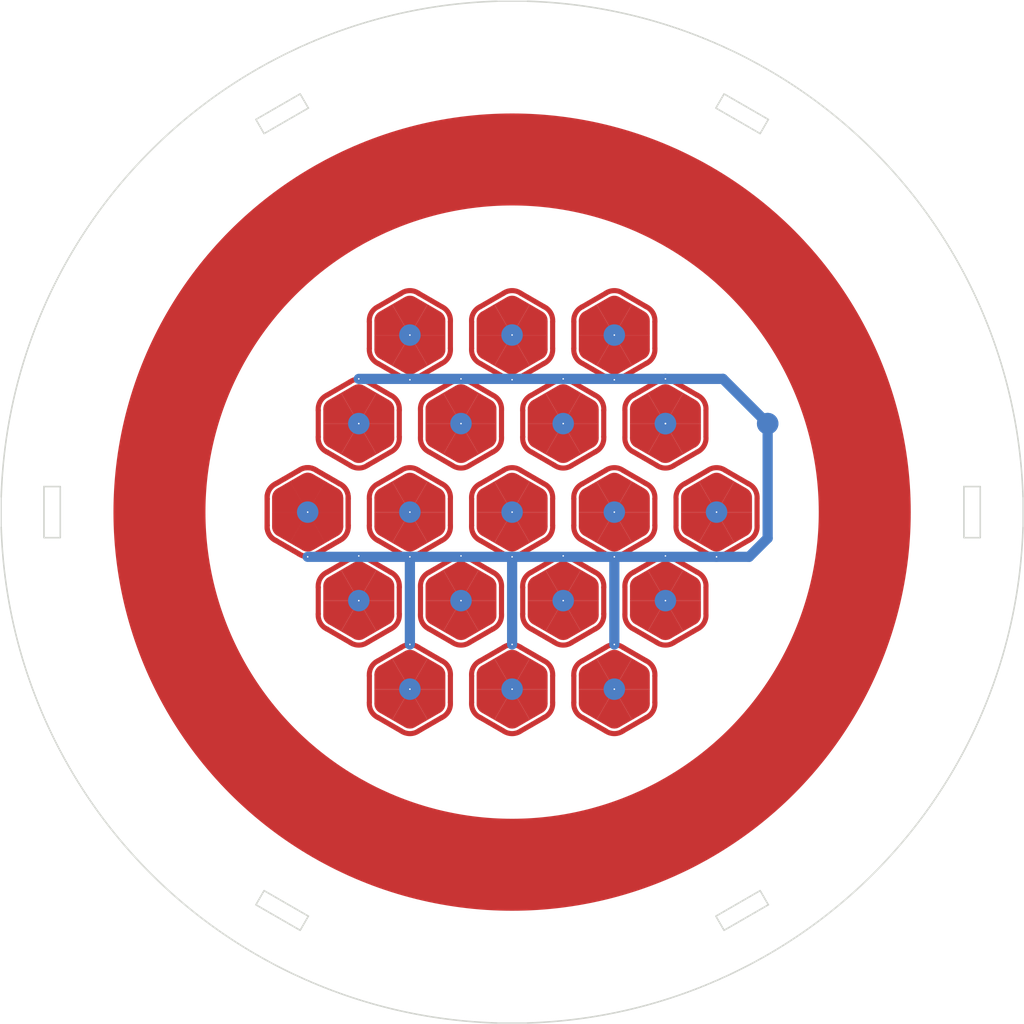
<source format=kicad_pcb>
(kicad_pcb (version 20221018) (generator pcbnew)
  (layers (0 "F.Cu" signal) (31 "B.Cu" signal) (34 "B.Paste" user) (35 "F.Paste" user) (36 "B.SilkS" user "B.Silkscreen") (37 "F.SilkS" user "F.Silkscreen") (38 "B.Mask" user) (39 "F.Mask" user) (44 "Edge.Cuts" user))
  (net 0 "")
  (footprint "1.Hex:Hex.Tile.Solid.G.Hex" (layer "F.Cu") (at 88.642622 65.142156 90)
    (fp_text reference "REF**61" hide)
    (fp_text value "Hex.Tile.Solid.G.Hex" hide)
  )
  (footprint "1.Hex:Hex.Tile.Solid.G.Hex" (layer "F.Cu") (at 78.642622 82.462156 90)
    (fp_text reference "REF**18" hide)
    (fp_text value "Hex.Tile.Solid.G.Hex" hide)
  )
  (footprint "1.Hex:Hex.Tile.Solid.G.Hex" (layer "F.Cu") (at 63.642622 56.482156 90)
    (fp_text reference "REF**63" hide)
    (fp_text value "Hex.Tile.Solid.G.Hex" hide)
  )
  (footprint "1.Hex:Hex.Tile.Solid.G.Hex" (layer "F.Cu") (at 58.642622 65.142156 90)
    (fp_text reference "REF**94" hide)
    (fp_text value "Hex.Tile.Solid.G.Hex" hide)
  )
  (footprint "1.Hex:Hex.Tile.Solid.G.Hex" (layer "F.Cu") (at 93.642622 73.802156 90)
    (fp_text reference "REF**12" hide)
    (fp_text value "Hex.Tile.Solid.G.Hex" hide)
  )
  (footprint "1.Hex:Hex.Tile.Solid.G.Hex" (layer "F.Cu") (at 53.642622 73.802156 90)
    (fp_text reference "REF**76" hide)
    (fp_text value "Hex.Tile.Solid.G.Hex" hide)
  )
  (footprint "1.Hex:Hex.Tile.Solid.G.Hex" (layer "F.Cu") (at 83.642622 56.482156 90)
    (fp_text reference "REF**66" hide)
    (fp_text value "Hex.Tile.Solid.G.Hex" hide)
  )
  (footprint "1.Hex:Hex.Tile.Solid.G.Hex" (layer "F.Cu") (at 78.642622 65.142156 90)
    (fp_text reference "REF**60" hide)
    (fp_text value "Hex.Tile.Solid.G.Hex" hide)
  )
  (footprint "1.Hex:Hex.Tile.Solid.G.Hex" (layer "F.Cu") (at 58.642622 82.462156 90)
    (fp_text reference "REF**81" hide)
    (fp_text value "Hex.Tile.Solid.G.Hex" hide)
  )
  (footprint "1.Hex:Hex.Tile.Solid.G.Hex" (layer "F.Cu") (at 73.642622 73.802156 90)
    (fp_text reference "REF**" hide)
    (fp_text value "Hex.Tile.Solid.G.Hex" hide)
  )
  (footprint "1.Hex:Hex.Tile.Solid.G.Hex" (layer "F.Cu") (at 88.642622 82.462156 90)
    (fp_text reference "REF**22" hide)
    (fp_text value "Hex.Tile.Solid.G.Hex" hide)
  )
  (footprint "1.Hex:Hex.Tile.Solid.G.Hex" (layer "F.Cu") (at 73.642622 91.122156 90)
    (fp_text reference "REF**84" hide)
    (fp_text value "Hex.Tile.Solid.G.Hex" hide)
  )
  (footprint "1.Hex:Hex.Tile.Solid.G.Hex" (layer "F.Cu") (at 83.642622 73.802156 90)
    (fp_text reference "REF**7" hide)
    (fp_text value "Hex.Tile.Solid.G.Hex" hide)
  )
  (footprint "1.Hex:Hex.Tile.Solid.G.Hex" (layer "F.Cu") (at 53.642622 73.802156 90)
    (fp_text reference "REF**91" hide)
    (fp_text value "Hex.Tile.Solid.G.Hex" hide)
  )
  (footprint "1.Hex:Hex.Tile.Solid.G.Hex" (layer "F.Cu") (at 63.642622 73.802156 90)
    (fp_text reference "REF**75" hide)
    (fp_text value "Hex.Tile.Solid.G.Hex" hide)
  )
  (footprint "1.Hex:Hex.Tile.Solid.G.Hex" (layer "F.Cu") (at 63.642622 91.122156 90)
    (fp_text reference "REF**85" hide)
    (fp_text value "Hex.Tile.Solid.G.Hex" hide)
  )
  (footprint "1.Hex:Hex.Tile.Solid.G.Hex" (layer "F.Cu") (at 68.642622 65.142156 90)
    (fp_text reference "REF**59" hide)
    (fp_text value "Hex.Tile.Solid.G.Hex" hide)
  )
  (footprint "1.Hex:Hex.Tile.Solid.G.Hex" (layer "F.Cu") (at 83.642622 91.122156 90)
    (fp_text reference "REF**29" hide)
    (fp_text value "Hex.Tile.Solid.G.Hex" hide)
  )
  (footprint "1.Hex:Hex.Tile.Solid.G.Hex" (layer "F.Cu") (at 73.642622 56.482156 90)
    (fp_text reference "REF**65" hide)
    (fp_text value "Hex.Tile.Solid.G.Hex" hide)
  )
  (footprint "1.Hex:Hex.Tile.Solid.G.Hex" (layer "F.Cu") (at 68.642622 82.462156 90)
    (fp_text reference "REF**79" hide)
    (fp_text value "Hex.Tile.Solid.G.Hex" hide)
  )
  (gr_circle (center 73.642622 73.802156) (end 108.142622 73.802156) (stroke (width 9)) (fill none) (layer "F.Cu"))
  (gr_circle (center 98.643 65.142) (end 99.643 65.142) (stroke (width 0.1)) (fill solid) (layer "B.Cu"))
  (gr_circle (center 63.643 73.802) (end 64.643 73.802) (stroke (width 0.1)) (fill solid) (layer "B.Cu"))
  (gr_circle (center 88.643 65.142) (end 89.643 65.142) (stroke (width 0.1)) (fill solid) (layer "B.Cu"))
  (gr_circle (center 73.639263 56.475737) (end 74.639263 56.475737) (stroke (width 0.1)) (fill solid) (layer "B.Cu"))
  (gr_circle (center 78.643 65.142) (end 79.643 65.142) (stroke (width 0.1)) (fill solid) (layer "B.Cu"))
  (gr_circle (center 88.643 82.462) (end 89.643 82.462) (stroke (width 0.1)) (fill solid) (layer "B.Cu"))
  (gr_circle (center 58.643 82.462) (end 59.643 82.462) (stroke (width 0.1)) (fill solid) (layer "B.Cu"))
  (gr_circle (center 73.643 91.122) (end 74.643 91.122) (stroke (width 0.1)) (fill solid) (layer "B.Cu"))
  (gr_circle (center 83.643 91.122) (end 84.643 91.122) (stroke (width 0.1)) (fill solid) (layer "B.Cu"))
  (gr_circle (center 68.643 82.462) (end 69.643 82.462) (stroke (width 0.1)) (fill solid) (layer "B.Cu"))
  (gr_circle (center 83.643 56.482) (end 84.643 56.482) (stroke (width 0.1)) (fill solid) (layer "B.Cu"))
  (gr_circle (center 58.643 65.142) (end 59.643 65.142) (stroke (width 0.1)) (fill solid) (layer "B.Cu"))
  (gr_circle (center 63.643 56.482) (end 64.643 56.482) (stroke (width 0.1)) (fill solid) (layer "B.Cu"))
  (gr_circle (center 68.643 65.142) (end 69.643 65.142) (stroke (width 0.1)) (fill solid) (layer "B.Cu"))
  (gr_circle (center 53.643 73.802) (end 54.643 73.802) (stroke (width 0.1)) (fill solid) (layer "B.Cu"))
  (gr_circle (center 88.643 65.142) (end 89.643 65.142) (stroke (width 0.1)) (fill solid) (layer "B.Cu"))
  (gr_circle (center 98.643 65.142) (end 99.643 65.142) (stroke (width 0.1)) (fill solid) (layer "B.Cu"))
  (gr_circle (center 73.643 73.802) (end 74.643 73.802) (stroke (width 0.1)) (fill solid) (layer "B.Cu"))
  (gr_circle (center 63.643 91.122) (end 64.643 91.122) (stroke (width 0.1)) (fill solid) (layer "B.Cu"))
  (gr_circle (center 93.643 73.802) (end 94.643 73.802) (stroke (width 0.1)) (fill solid) (layer "B.Cu"))
  (gr_circle (center 78.643 82.462) (end 79.643 82.462) (stroke (width 0.1)) (fill solid) (layer "B.Cu"))
  (gr_circle (center 83.643 73.802) (end 84.643 73.802) (stroke (width 0.1)) (fill solid) (layer "B.Cu"))
  (gr_arc (start 75.143674 23.824526) (mid 108.998816 38.447139) (end 123.620514 72.302675) (stroke (width 0.15)) (layer "Edge.Cuts"))
  (gr_line (start 123.620514 72.302675) (end 123.620474 75.302674) (stroke (width 0.1)) (layer "Edge.Cuts"))
  (gr_arc (start 123.620474 75.302674) (mid 108.997861 109.157816) (end 75.142325 123.779514) (stroke (width 0.15)) (layer "Edge.Cuts"))
  (gr_poly (pts (xy 97.908064 110.830323) (xy 98.708064 112.215964) (xy 94.377937 114.715964) (xy 93.577937 113.330323)) (stroke (width 0.15)) (fill none) (layer "Edge.Cuts"))
  (gr_line (start 72.143675 23.824486) (end 75.143674 23.824526) (stroke (width 0.1)) (layer "Edge.Cuts"))
  (gr_poly (pts (xy 53.708064 113.330323) (xy 52.908064 114.715964) (xy 48.577937 112.215964) (xy 49.377937 110.830323)) (stroke (width 0.15)) (fill none) (layer "Edge.Cuts"))
  (gr_arc (start 72.142326 123.779474) (mid 38.287184 109.156861) (end 23.665486 75.301325) (stroke (width 0.15)) (layer "Edge.Cuts"))
  (gr_arc (start 23.665526 72.301326) (mid 38.288139 38.446184) (end 72.143675 23.824486) (stroke (width 0.15)) (layer "Edge.Cuts"))
  (gr_poly (pts (xy 93.577936 34.273677) (xy 94.377936 32.888036) (xy 98.708063 35.388036) (xy 97.908063 36.773677)) (stroke (width 0.15)) (fill none) (layer "Edge.Cuts"))
  (gr_rect (start 117.843 71.302) (end 119.443 76.302) (stroke (width 0.15)) (fill none) (layer "Edge.Cuts"))
  (gr_poly (pts (xy 49.377936 36.773677) (xy 48.577936 35.388036) (xy 52.908063 32.888036) (xy 53.708063 34.273677)) (stroke (width 0.15)) (fill none) (layer "Edge.Cuts"))
  (gr_rect (start 27.843 71.302) (end 29.443 76.302) (stroke (width 0.15)) (fill none) (layer "Edge.Cuts"))
  (gr_line (start 72.142326 123.779474) (end 75.142325 123.779514) (stroke (width 0.1)) (layer "Edge.Cuts"))
  (gr_line (start 23.665486 75.301325) (end 23.665526 72.301326) (stroke (width 0.1)) (layer "Edge.Cuts"))
  (via blind (at 73.643 78.177) (size 0.25) (drill 0.15) (layers "F.Cu" "B.Cu") (net 0))
  (via blind (at 83.642622 86.747156) (size 0.25) (drill 0.15) (layers "F.Cu" "B.Cu") (net 0))
  (via blind (at 73.643 86.747) (size 0.25) (drill 0.15) (layers "F.Cu" "B.Cu") (net 0))
  (via blind (at 83.643 60.857) (size 0.25) (drill 0.15) (layers "F.Cu" "B.Cu") (net 0))
  (via blind (at 68.643 65.142) (size 0.25) (drill 0.15) (layers "F.Cu" "B.Cu") (net 0))
  (via blind (at 73.639263 60.850737) (size 0.25) (drill 0.15) (layers "F.Cu" "B.Cu") (net 0))
  (via blind (at 88.643 65.142) (size 0.25) (drill 0.15) (layers "F.Cu" "B.Cu") (net 0))
  (via blind (at 63.642622 73.802156) (size 0.25) (drill 0.15) (layers "F.Cu" "B.Cu") (net 0))
  (via blind (at 83.642622 73.802156) (size 0.25) (drill 0.15) (layers "F.Cu" "B.Cu") (net 0))
  (via blind (at 88.643 82.462) (size 0.25) (drill 0.15) (layers "F.Cu" "B.Cu") (net 0))
  (via blind (at 88.643 65.142) (size 0.25) (drill 0.15) (layers "F.Cu" "B.Cu") (net 0))
  (via blind (at 83.642622 78.177156) (size 0.25) (drill 0.15) (layers "F.Cu" "B.Cu") (net 0))
  (via blind (at 58.642622 60.767156) (size 0.25) (drill 0.15) (layers "F.Cu" "B.Cu") (net 0))
  (via blind (at 63.642622 60.857156) (size 0.25) (drill 0.15) (layers "F.Cu" "B.Cu") (net 0))
  (via blind (at 68.642622 78.087156) (size 0.25) (drill 0.15) (layers "F.Cu" "B.Cu") (net 0))
  (via blind (at 58.643 78.087) (size 0.25) (drill 0.15) (layers "F.Cu" "B.Cu") (net 0))
  (via blind (at 63.642622 91.122156) (size 0.25) (drill 0.15) (layers "F.Cu" "B.Cu") (net 0))
  (via blind (at 88.643 60.767) (size 0.25) (drill 0.15) (layers "F.Cu" "B.Cu") (net 0))
  (via blind (at 73.639263 56.475737) (size 0.25) (drill 0.15) (layers "F.Cu" "B.Cu") (net 0))
  (via blind (at 78.643 65.142) (size 0.25) (drill 0.15) (layers "F.Cu" "B.Cu") (net 0))
  (via blind (at 53.642622 78.177156) (size 0.25) (drill 0.15) (layers "F.Cu" "B.Cu") (net 0))
  (via blind (at 83.642622 91.122156) (size 0.25) (drill 0.15) (layers "F.Cu" "B.Cu") (net 0))
  (via blind (at 63.642622 78.177156) (size 0.25) (drill 0.15) (layers "F.Cu" "B.Cu") (net 0))
  (via blind (at 93.642622 73.802156) (size 0.25) (drill 0.15) (layers "F.Cu" "B.Cu") (net 0))
  (via blind (at 53.642622 73.802156) (size 0.25) (drill 0.15) (layers "F.Cu" "B.Cu") (net 0))
  (via blind (at 68.643 60.767) (size 0.25) (drill 0.15) (layers "F.Cu" "B.Cu") (net 0))
  (via blind (at 68.642622 82.462156) (size 0.25) (drill 0.15) (layers "F.Cu" "B.Cu") (net 0))
  (via blind (at 83.643 56.482) (size 0.25) (drill 0.15) (layers "F.Cu" "B.Cu") (net 0))
  (via blind (at 58.643 82.462) (size 0.25) (drill 0.15) (layers "F.Cu" "B.Cu") (net 0))
  (via blind (at 73.643 73.802) (size 0.25) (drill 0.15) (layers "F.Cu" "B.Cu") (net 0))
  (via blind (at 78.643 78.087) (size 0.25) (drill 0.15) (layers "F.Cu" "B.Cu") (net 0))
  (via blind (at 93.642622 78.177156) (size 0.25) (drill 0.15) (layers "F.Cu" "B.Cu") (net 0))
  (via blind (at 63.642622 56.482156) (size 0.25) (drill 0.15) (layers "F.Cu" "B.Cu") (net 0))
  (via blind (at 63.642622 86.747156) (size 0.25) (drill 0.15) (layers "F.Cu" "B.Cu") (net 0))
  (via blind (at 78.643 82.462) (size 0.25) (drill 0.15) (layers "F.Cu" "B.Cu") (net 0))
  (via blind (at 58.642622 65.142156) (size 0.25) (drill 0.15) (layers "F.Cu" "B.Cu") (net 0))
  (via blind (at 78.643 60.767) (size 0.25) (drill 0.15) (layers "F.Cu" "B.Cu") (net 0))
  (via blind (at 73.643 91.122) (size 0.25) (drill 0.15) (layers "F.Cu" "B.Cu") (net 0))
  (via blind (at 88.643 78.087) (size 0.25) (drill 0.15) (layers "F.Cu" "B.Cu") (net 0))
  (segment (start 53.642622 78.177156) (end 93.642622 78.177156) (width 1) (layer "B.Cu") (net 0))
  (segment (start 83.642844 60.857156) (end 83.643 60.857) (width 0.2) (layer "B.Cu") (net 0))
  (segment (start 63.642622 78.177156) (end 63.642622 86.747156) (width 1) (layer "B.Cu") (net 0))
  (segment (start 73.643 86.747) (end 73.643 78.177) (width 1) (layer "B.Cu") (net 0))
  (segment (start 94.268 60.767) (end 98.643 65.142) (width 1) (layer "B.Cu") (net 0))
  (segment (start 88.642844 60.767156) (end 88.643 60.767) (width 0.2) (layer "B.Cu") (net 0))
  (segment (start 58.642622 60.767156) (end 88.642844 60.767156) (width 1) (layer "B.Cu") (net 0))
  (segment (start 88.643 60.767) (end 94.268 60.767) (width 1) (layer "B.Cu") (net 0))
  (segment (start 98.643 76.356826) (end 96.82267 78.177156) (width 1) (layer "B.Cu") (net 0))
  (segment (start 96.82267 78.177156) (end 93.642622 78.177156) (width 1) (layer "B.Cu") (net 0))
  (segment (start 98.643 65.142) (end 98.643 76.356826) (width 1) (layer "B.Cu") (net 0))
  (segment (start 83.642622 78.177156) (end 83.642622 86.747156) (width 1) (layer "B.Cu") (net 0))
  (segment (start 63.642622 60.857156) (end 83.642844 60.857156) (width 0.2) (layer "B.Cu") (net 0))
)
</source>
